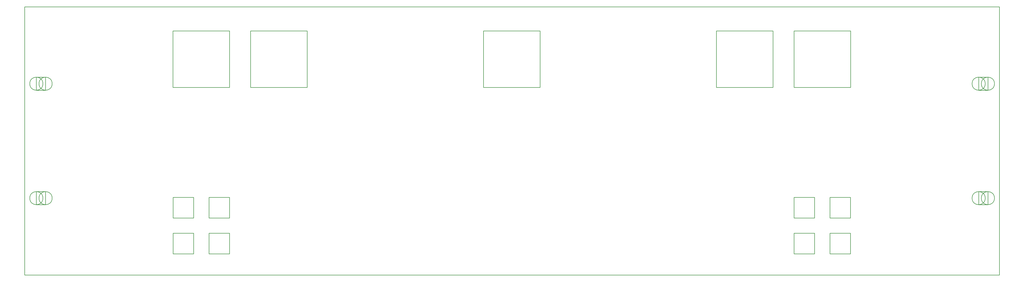
<source format=gko>
G04 Layer: BoardOutlineLayer*
G04 EasyEDA v6.5.34, 2023-08-21 18:11:39*
G04 647ee33e38854942add91aa2b0a3ffd3,5a6b42c53f6a479593ecc07194224c93,10*
G04 Gerber Generator version 0.2*
G04 Scale: 100 percent, Rotated: No, Reflected: No *
G04 Dimensions in millimeters *
G04 leading zeros omitted , absolute positions ,4 integer and 5 decimal *
%FSLAX45Y45*%
%MOMM*%

%ADD10C,0.2540*%
D10*
X0Y13296900D02*
G01*
X48260000Y13296900D01*
X48260000Y0D01*
X0Y-3070D01*
X0Y13296900D01*
X7343614Y12104298D02*
G01*
X7343614Y9304304D01*
X7343614Y9304304D02*
G01*
X10143609Y9304304D01*
X10143609Y9304304D02*
G01*
X10143609Y12104298D01*
X10143609Y12104298D02*
G01*
X7343614Y12104298D01*
X11186815Y12104298D02*
G01*
X11186815Y9304304D01*
X11186815Y9304304D02*
G01*
X13986809Y9304304D01*
X13986809Y9304304D02*
G01*
X13986809Y12104298D01*
X13986809Y12104298D02*
G01*
X11186815Y12104298D01*
X22716416Y12104298D02*
G01*
X22716416Y9304304D01*
X22716416Y9304304D02*
G01*
X25516410Y9304304D01*
X25516410Y9304304D02*
G01*
X25516410Y12104298D01*
X25516410Y12104298D02*
G01*
X22716416Y12104298D01*
X34246017Y12104298D02*
G01*
X34246017Y9304304D01*
X34246017Y9304304D02*
G01*
X37046011Y9304304D01*
X37046011Y9304304D02*
G01*
X37046011Y12104298D01*
X37046011Y12104298D02*
G01*
X34246017Y12104298D01*
X38089217Y12104298D02*
G01*
X38089217Y9304304D01*
X38089217Y9304304D02*
G01*
X40889212Y9304304D01*
X40889212Y9304304D02*
G01*
X40889212Y12104298D01*
X40889212Y12104298D02*
G01*
X38089217Y12104298D01*
G75*
G01*
X711200Y9486900D02*
G02*
X1361597Y9486900I325199J0D01*
G75*
G01*
X1361597Y9486900D02*
G02*
X711200Y9486900I-325198J0D01*
X711200Y9486900D02*
G01*
X711200Y9486900D01*
X579198Y9811893D02*
G01*
X579198Y9161881D01*
X579198Y9161881D02*
G01*
X1036398Y9161881D01*
X1036398Y9161881D02*
G01*
X1036398Y9811893D01*
X1036398Y9811893D02*
G01*
X579198Y9811893D01*
G75*
G01*
X254000Y9486900D02*
G02*
X904397Y9486900I325199J0D01*
G75*
G01*
X904397Y9486900D02*
G02*
X254000Y9486900I-325198J0D01*
X254000Y9486900D02*
G01*
X254000Y9486900D01*
G75*
G01*
X254000Y3810000D02*
G02*
X904397Y3810000I325199J0D01*
G75*
G01*
X904397Y3810000D02*
G02*
X254000Y3810000I-325198J0D01*
X254000Y3810000D02*
G01*
X254000Y3810000D01*
X579198Y4134993D02*
G01*
X579198Y3484981D01*
X579198Y3484981D02*
G01*
X1036398Y3484981D01*
X1036398Y3484981D02*
G01*
X1036398Y4134993D01*
X1036398Y4134993D02*
G01*
X579198Y4134993D01*
G75*
G01*
X711200Y3810000D02*
G02*
X1361597Y3810000I325199J0D01*
G75*
G01*
X1361597Y3810000D02*
G02*
X711200Y3810000I-325198J0D01*
X711200Y3810000D02*
G01*
X711200Y3810000D01*
G75*
G01*
X47365696Y3810000D02*
G02*
X48016094Y3810000I325199J0D01*
G75*
G01*
X48016094Y3810000D02*
G02*
X47365696Y3810000I-325199J0D01*
X47365696Y3810000D02*
G01*
X47365696Y3810000D01*
X47233695Y4134993D02*
G01*
X47233695Y3484981D01*
X47233695Y3484981D02*
G01*
X47690895Y3484981D01*
X47690895Y3484981D02*
G01*
X47690895Y4134993D01*
X47690895Y4134993D02*
G01*
X47233695Y4134993D01*
G75*
G01*
X46908496Y3810000D02*
G02*
X47558894Y3810000I325199J0D01*
G75*
G01*
X47558894Y3810000D02*
G02*
X46908496Y3810000I-325199J0D01*
X46908496Y3810000D02*
G01*
X46908496Y3810000D01*
G75*
G01*
X46908496Y9486900D02*
G02*
X47558894Y9486900I325199J0D01*
G75*
G01*
X47558894Y9486900D02*
G02*
X46908496Y9486900I-325199J0D01*
X46908496Y9486900D02*
G01*
X46908496Y9486900D01*
X47233695Y9811893D02*
G01*
X47233695Y9161881D01*
X47233695Y9161881D02*
G01*
X47690895Y9161881D01*
X47690895Y9161881D02*
G01*
X47690895Y9811893D01*
X47690895Y9811893D02*
G01*
X47233695Y9811893D01*
G75*
G01*
X47365696Y9486900D02*
G02*
X48016094Y9486900I325199J0D01*
G75*
G01*
X48016094Y9486900D02*
G02*
X47365696Y9486900I-325199J0D01*
X47365696Y9486900D02*
G01*
X47365696Y9486900D01*
X9122295Y3848100D02*
G01*
X9122295Y2828099D01*
X9122295Y2828099D02*
G01*
X10142296Y2828099D01*
X10142296Y2828099D02*
G01*
X10142296Y3848100D01*
X10142296Y3848100D02*
G01*
X9122295Y3848100D01*
X7344295Y3848100D02*
G01*
X7344295Y2828099D01*
X7344295Y2828099D02*
G01*
X8364296Y2828099D01*
X8364296Y2828099D02*
G01*
X8364296Y3848100D01*
X8364296Y3848100D02*
G01*
X7344295Y3848100D01*
X7344295Y2070100D02*
G01*
X7344295Y1050099D01*
X7344295Y1050099D02*
G01*
X8364296Y1050099D01*
X8364296Y1050099D02*
G01*
X8364296Y2070100D01*
X8364296Y2070100D02*
G01*
X7344295Y2070100D01*
X9122295Y2070100D02*
G01*
X9122295Y1050099D01*
X9122295Y1050099D02*
G01*
X10142296Y1050099D01*
X10142296Y1050099D02*
G01*
X10142296Y2070100D01*
X10142296Y2070100D02*
G01*
X9122295Y2070100D01*
X39867903Y3848100D02*
G01*
X39867903Y2828099D01*
X39867903Y2828099D02*
G01*
X40887904Y2828099D01*
X40887904Y2828099D02*
G01*
X40887904Y3848100D01*
X40887904Y3848100D02*
G01*
X39867903Y3848100D01*
X38089903Y3848100D02*
G01*
X38089903Y2828099D01*
X38089903Y2828099D02*
G01*
X39109904Y2828099D01*
X39109904Y2828099D02*
G01*
X39109904Y3848100D01*
X39109904Y3848100D02*
G01*
X38089903Y3848100D01*
X38089903Y2070100D02*
G01*
X38089903Y1050099D01*
X38089903Y1050099D02*
G01*
X39109904Y1050099D01*
X39109904Y1050099D02*
G01*
X39109904Y2070100D01*
X39109904Y2070100D02*
G01*
X38089903Y2070100D01*
X39867903Y2070100D02*
G01*
X39867903Y1050099D01*
X39867903Y1050099D02*
G01*
X40887904Y1050099D01*
X40887904Y1050099D02*
G01*
X40887904Y2070100D01*
X40887904Y2070100D02*
G01*
X39867903Y2070100D01*

%LPD*%
M02*

</source>
